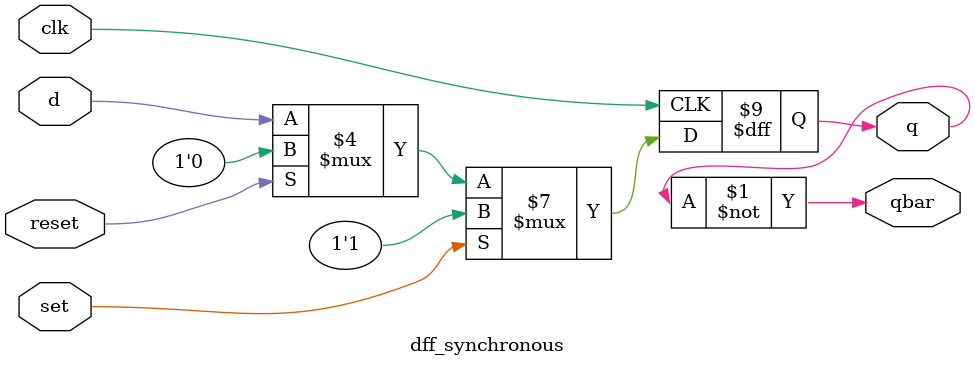
<source format=v>
`timescale 1ns / 1ps

module dff_synchronous(q,qbar,d,clk,set,reset);
    input clk,set,reset,d;
    output q,qbar;
    reg q;
    
    assign qbar = ~q;
    
    always@(posedge clk)
    begin
        if(set) begin q<=1'b1; end
        else if(reset) begin q<=1'b0; end
        else begin q<=d; end
end
endmodule

</source>
